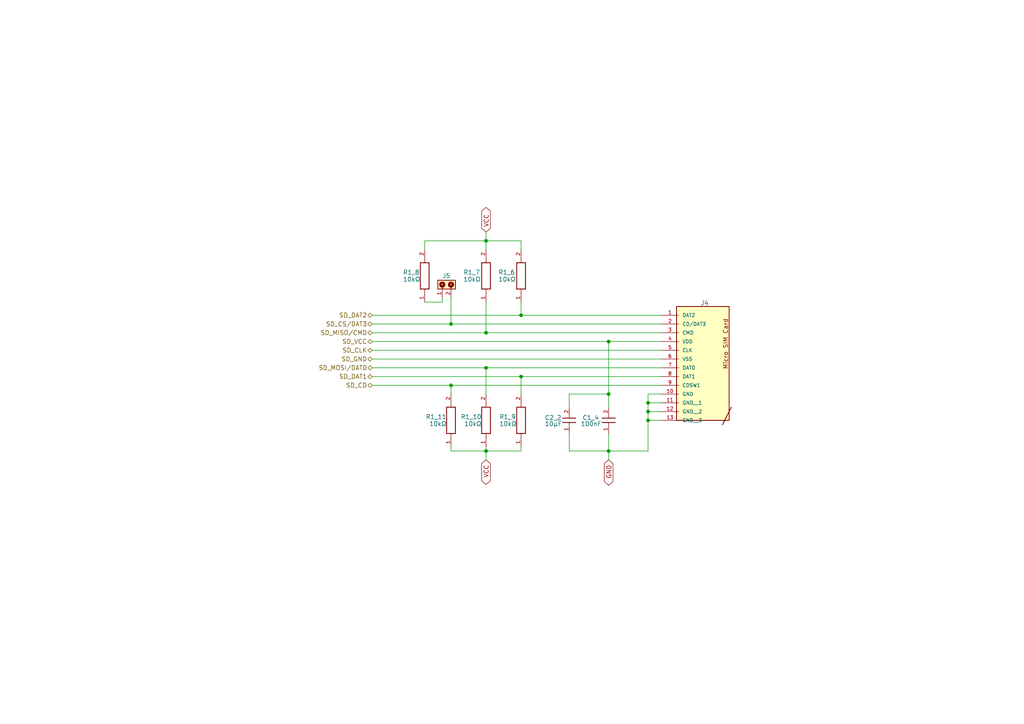
<source format=kicad_sch>
(kicad_sch (version 20231120) (generator "eeschema") (generator_version "8.0")
  (paper "A4")
  (lib_symbols
    (symbol "6130XX11121_61300211121:6130XX11121_61300211121" (pin_names (offset 1.016))
      (property "Reference" "J" (at -5.08 -1.778 0))
      (symbol "6130XX11121_61300211121_0_0"
        (rectangle (start -3.81 0) (end 1.27 -2.54) (stroke (width 0.254)) (fill (type background)))
        (circle (center -2.54 -1.27) (radius 0.254) (stroke (width 0.635)))
        (circle (center 0 -1.27) (radius 0.254) (stroke (width 0.635)))
        (polyline (pts (xy -2.54 -1.27) (xy -2.54 -2.54)) (stroke (width 0.254)))
        (polyline (pts (xy 0 -1.27) (xy 0 -2.54)) (stroke (width 0.254)))
        (pin passive line (at -2.54 -5.08 90) (length 2.54) (name "~") (number "1"))
        (pin passive line (at 0 -5.08 90) (length 2.54) (name "~") (number "2"))
      )
    )
    (symbol "693071020811:693071020811" (pin_names (offset 1.016))
      (property "Reference" "J" (at 0 12.7 0))
      (symbol "693071020811_0_0"
        (rectangle (start -8.2369 -20.32) (end 7.0031 12.7) (stroke (width 0.254)) (fill (type background)))
        (polyline (pts (xy 5.08 -21.59) (xy 7.62 -16.51)) (stroke (width 0.254)))
        (text "Micro SIM Card" (at 6.753 -5.512 900) (effects (font (size 1.27 1.27)) (justify left bottom)))
        (pin bidirectional line (at -12.7 10.16 0) (length 5.08) (name "DAT2") (number "1"))
        (pin bidirectional line (at -12.7 -12.7 0) (length 5.08) (name "GND") (number "10"))
        (pin bidirectional line (at -12.7 -15.24 0) (length 5.08) (name "GND__1") (number "11"))
        (pin bidirectional line (at -12.7 -17.78 0) (length 5.08) (name "GND__2") (number "12"))
        (pin bidirectional line (at -12.7 -20.32 0) (length 5.08) (name "GND__3") (number "13"))
        (pin bidirectional line (at -12.7 7.62 0) (length 5.08) (name "CD/DAT3") (number "2"))
        (pin bidirectional line (at -12.7 5.08 0) (length 5.08) (name "CMD") (number "3"))
        (pin bidirectional line (at -12.7 2.54 0) (length 5.08) (name "VDD") (number "4"))
        (pin bidirectional line (at -12.7 0 0) (length 5.08) (name "CLK") (number "5"))
        (pin bidirectional line (at -12.7 -2.54 0) (length 5.08) (name "VSS") (number "6"))
        (pin bidirectional line (at -12.7 -5.08 0) (length 5.08) (name "DAT0") (number "7"))
        (pin bidirectional line (at -12.7 -7.62 0) (length 5.08) (name "DAT1") (number "8"))
        (pin bidirectional line (at -12.7 -10.16 0) (length 5.08) (name "CDSW1") (number "9"))
      )
    )
    (symbol "WCAP-CSGP_0603:WCAP-CSGP_0603" (pin_names (offset 1.016))
      (property "Reference" "C" (at 1.27 2.54 0))
      (property "Value" "WCAP-CSGP_0603" (at 1.27 -5.08 0))
      (symbol "WCAP-CSGP_0603_0_0"
        (polyline (pts (xy 0 0) (xy 0.6426 0)) (stroke (width 0.1524)))
        (polyline (pts (xy 0.635 -1.905) (xy 0.635 1.905)) (stroke (width 0.254)))
        (polyline (pts (xy 1.905 1.905) (xy 1.905 -1.905)) (stroke (width 0.254)))
        (polyline (pts (xy 1.9279 0) (xy 2.5705 0)) (stroke (width 0.1524)))
        (pin passive line (at -2.54 0 0) (length 2.54) (name "~") (number "1"))
        (pin passive line (at 5.08 0 180) (length 2.54) (name "~") (number "2"))
      )
    )
    (symbol "WRIS-RSKS_0603:WRIS-RSKS_0603" (pin_names (offset 1.016))
      (property "Reference" "R" (at 0 2.54 0))
      (property "Value" "WRIS-RSKS_0603" (at 0 -3.81 0))
      (symbol "WRIS-RSKS_0603_0_0"
        (polyline (pts (xy -5.08 0) (xy -3.81 0)) (stroke (width 0.1524)))
        (polyline (pts (xy -3.81 -1.27) (xy 3.81 -1.27)) (stroke (width 0.254)))
        (polyline (pts (xy -3.81 0) (xy -3.81 -1.27)) (stroke (width 0.254)))
        (polyline (pts (xy -3.81 1.27) (xy -3.81 0)) (stroke (width 0.254)))
        (polyline (pts (xy 3.81 -1.27) (xy 3.81 0)) (stroke (width 0.254)))
        (polyline (pts (xy 3.81 0) (xy 3.81 1.27)) (stroke (width 0.254)))
        (polyline (pts (xy 3.81 0) (xy 5.08 0)) (stroke (width 0.1524)))
        (polyline (pts (xy 3.81 1.27) (xy -3.81 1.27)) (stroke (width 0.254)))
        (pin passive line (at -7.62 0 0) (length 2.54) (name "~") (number "1"))
        (pin passive line (at 7.62 0 180) (length 2.54) (name "~") (number "2"))
      )
    )
  )
  (junction (at 140.97 106.68))
  (junction (at 140.97 69.85))
  (junction (at 140.97 130.81))
  (junction (at 151.13 91.44))
  (junction (at 151.13 109.22))
  (junction (at 140.97 96.52))
  (junction (at 176.53 130.81))
  (junction (at 176.53 114.3))
  (junction (at 130.81 111.76))
  (junction (at 187.96 119.38))
  (junction (at 187.96 121.92))
  (junction (at 187.96 116.84))
  (junction (at 176.53 99.06))
  (junction (at 130.81 93.98))
  (wire (pts (xy 140.97 69.85) (xy 151.13 69.85)))
  (wire (pts (xy 123.19 69.85) (xy 140.97 69.85)))
  (wire (pts (xy 140.97 96.52) (xy 191.77 96.52)))
  (wire (pts (xy 176.53 130.81) (xy 187.96 130.81)))
  (wire (pts (xy 151.13 69.85) (xy 151.13 72.39)))
  (wire (pts (xy 187.96 114.3) (xy 187.96 116.84)))
  (wire (pts (xy 176.53 99.06) (xy 191.77 99.06)))
  (wire (pts (xy 107.95 93.98) (xy 130.81 93.98)))
  (wire (pts (xy 165.1 130.81) (xy 165.1 125.73)))
  (wire (pts (xy 107.95 96.52) (xy 140.97 96.52)))
  (wire (pts (xy 130.81 130.81) (xy 140.97 130.81)))
  (wire (pts (xy 165.1 130.81) (xy 176.53 130.81)))
  (wire (pts (xy 165.1 114.3) (xy 176.53 114.3)))
  (wire (pts (xy 187.96 121.92) (xy 187.96 130.81)))
  (wire (pts (xy 128.27 87.63) (xy 128.27 86.36)))
  (wire (pts (xy 140.97 129.54) (xy 140.97 130.81)))
  (wire (pts (xy 165.1 114.3) (xy 165.1 118.11)))
  (wire (pts (xy 107.95 111.76) (xy 130.81 111.76)))
  (wire (pts (xy 130.81 129.54) (xy 130.81 130.81)))
  (wire (pts (xy 123.19 87.63) (xy 128.27 87.63)))
  (wire (pts (xy 151.13 91.44) (xy 191.77 91.44)))
  (wire (pts (xy 140.97 67.31) (xy 140.97 69.85)))
  (wire (pts (xy 151.13 109.22) (xy 191.77 109.22)))
  (wire (pts (xy 187.96 121.92) (xy 191.77 121.92)))
  (wire (pts (xy 151.13 114.3) (xy 151.13 109.22)))
  (wire (pts (xy 151.13 130.81) (xy 140.97 130.81)))
  (wire (pts (xy 107.95 106.68) (xy 140.97 106.68)))
  (wire (pts (xy 140.97 106.68) (xy 191.77 106.68)))
  (wire (pts (xy 130.81 93.98) (xy 191.77 93.98)))
  (wire (pts (xy 107.95 99.06) (xy 176.53 99.06)))
  (wire (pts (xy 107.95 104.14) (xy 191.77 104.14)))
  (wire (pts (xy 107.95 101.6) (xy 191.77 101.6)))
  (wire (pts (xy 140.97 96.52) (xy 140.97 87.63)))
  (wire (pts (xy 187.96 119.38) (xy 191.77 119.38)))
  (wire (pts (xy 130.81 111.76) (xy 191.77 111.76)))
  (wire (pts (xy 130.81 111.76) (xy 130.81 114.3)))
  (wire (pts (xy 140.97 130.81) (xy 140.97 133.35)))
  (wire (pts (xy 123.19 69.85) (xy 123.19 72.39)))
  (wire (pts (xy 187.96 116.84) (xy 187.96 119.38)))
  (wire (pts (xy 176.53 114.3) (xy 176.53 118.11)))
  (wire (pts (xy 176.53 130.81) (xy 176.53 133.35)))
  (wire (pts (xy 140.97 69.85) (xy 140.97 72.39)))
  (wire (pts (xy 130.81 86.36) (xy 130.81 93.98)))
  (wire (pts (xy 176.53 99.06) (xy 176.53 114.3)))
  (wire (pts (xy 107.95 91.44) (xy 151.13 91.44)))
  (wire (pts (xy 187.96 119.38) (xy 187.96 121.92)))
  (wire (pts (xy 107.95 109.22) (xy 151.13 109.22)))
  (wire (pts (xy 176.53 125.73) (xy 176.53 130.81)))
  (wire (pts (xy 187.96 116.84) (xy 191.77 116.84)))
  (wire (pts (xy 151.13 129.54) (xy 151.13 130.81)))
  (wire (pts (xy 151.13 87.63) (xy 151.13 91.44)))
  (wire (pts (xy 140.97 106.68) (xy 140.97 114.3)))
  (wire (pts (xy 191.77 114.3) (xy 187.96 114.3)))
  (global_label "GND" (shape bidirectional) (at 176.53 133.35 270) (property "Intersheetrefs" "${INTERSHEET_REFS}" (effects (hide yes))))
  (global_label "VCC" (shape bidirectional) (at 140.97 67.31 90) (property "Intersheetrefs" "${INTERSHEET_REFS}" (effects (hide yes))))
  (global_label "VCC" (shape bidirectional) (at 140.97 133.35 270) (property "Intersheetrefs" "${INTERSHEET_REFS}" (effects (hide yes))))
  (hierarchical_label "SD_MOSI{slash}DAT0" (shape bidirectional) (at 107.95 106.68 180))
  (hierarchical_label "SD_DAT1" (shape bidirectional) (at 107.95 109.22 180))
  (hierarchical_label "SD_GND" (shape bidirectional) (at 107.95 104.14 180))
  (hierarchical_label "SD_DAT2" (shape bidirectional) (at 107.95 91.44 180))
  (hierarchical_label "SD_CS{slash}DAT3" (shape bidirectional) (at 107.95 93.98 180))
  (hierarchical_label "SD_CD" (shape bidirectional) (at 107.95 111.76 180))
  (hierarchical_label "SD_VCC" (shape bidirectional) (at 107.95 99.06 180))
  (hierarchical_label "SD_CLK" (shape bidirectional) (at 107.95 101.6 180))
  (hierarchical_label "SD_MISO{slash}CMD" (shape bidirectional) (at 107.95 96.52 180))
  (symbol (lib_id "WRIS-RSKS_0603:WRIS-RSKS_0603") (at 123.19 80.01 90) (unit 1)
    (property "Reference" "R1_8" (at 116.84 78.994 90) (effects (justify right)))
    (property "Value" "10kΩ" (at 116.84 81.026 90) (effects (justify right)))
    (property "Footprint" "Custom footprints:WRIS-RSKS_0603_REFLOW" (effects (hide yes)))
  )
  (symbol (lib_id "WRIS-RSKS_0603:WRIS-RSKS_0603") (at 140.97 80.01 90) (unit 1)
    (property "Reference" "R1_7" (at 134.366 78.994 90) (effects (justify right)))
    (property "Value" "10kΩ" (at 134.366 81.026 90) (effects (justify right)))
    (property "Footprint" "Custom footprints:WRIS-RSKS_0603_REFLOW" (effects (hide yes)))
  )
  (symbol (lib_id "WCAP-CSGP_0603:WCAP-CSGP_0603") (at 176.53 123.19 90) (unit 1)
    (property "Reference" "C1_4" (at 168.91 121.158 90) (effects (justify right)))
    (property "Value" "100nF" (at 168.402 122.936 90) (effects (justify right)))
    (property "Footprint" "Custom footprints:WCAP-CSGP_0603_R" (effects (hide yes)))
    (property "MF" "Würth Elektronik" (effects (hide yes)))
    (property "Description_1" "\nCapacitor 100nF Multilayer Ceramic MLCC10 V , X7R Dielectric 0603 Surface Mount | Wurth Electronics 885012206020\n" (effects (hide yes)))
    (property "Package" "0603 Wurth Electronics" (effects (hide yes)))
    (property "Price" "None" (effects (hide yes)))
    (property "SnapEDA_Link" "https://www.snapeda.com/parts/885012206020/Wurth+Elektronik/view-part/?ref=snap" (effects (hide yes)))
    (property "MP" "885012206020" (effects (hide yes)))
    (property "Availability" "In Stock" (effects (hide yes)))
    (property "Check_prices" "https://www.snapeda.com/parts/885012206020/Wurth+Elektronik/view-part/?ref=eda" (effects (hide yes)))
  )
  (symbol (lib_id "WCAP-CSGP_0603:WCAP-CSGP_0603") (at 165.1 123.19 90) (unit 1)
    (property "Reference" "C2_2" (at 157.988 121.158 90) (effects (justify right)))
    (property "Value" "10µF" (at 157.988 122.936 90) (effects (justify right)))
    (property "Footprint" "Custom footprints:WCAP-CSGP_0603_R" (effects (hide yes)))
    (property "MF" "Würth Elektronik" (effects (hide yes)))
    (property "Description_1" "\nCapacitor 100nF Multilayer Ceramic MLCC10 V , X7R Dielectric 0603 Surface Mount | Wurth Electronics 885012206020\n" (effects (hide yes)))
    (property "Package" "0603 Wurth Electronics" (effects (hide yes)))
    (property "Price" "None" (effects (hide yes)))
    (property "SnapEDA_Link" "https://www.snapeda.com/parts/885012206020/Wurth+Elektronik/view-part/?ref=snap" (effects (hide yes)))
    (property "MP" "885012206020" (effects (hide yes)))
    (property "Availability" "In Stock" (effects (hide yes)))
    (property "Check_prices" "https://www.snapeda.com/parts/885012206020/Wurth+Elektronik/view-part/?ref=eda" (effects (hide yes)))
  )
  (symbol (lib_id "WRIS-RSKS_0603:WRIS-RSKS_0603") (at 151.13 80.01 90) (unit 1)
    (property "Reference" "R1_6" (at 144.526 78.994 90) (effects (justify right)))
    (property "Value" "10kΩ" (at 144.526 81.026 90) (effects (justify right)))
    (property "Footprint" "Custom footprints:WRIS-RSKS_0603_REFLOW" (effects (hide yes)))
  )
  (symbol (lib_id "WRIS-RSKS_0603:WRIS-RSKS_0603") (at 130.81 121.92 90) (unit 1)
    (property "Reference" "R1_11" (at 123.444 120.904 90) (effects (justify right)))
    (property "Value" "10kΩ" (at 124.46 122.936 90) (effects (justify right)))
    (property "Footprint" "Custom footprints:WRIS-RSKS_0603_REFLOW" (effects (hide yes)))
  )
  (symbol (lib_id "6130XX11121_61300211121:6130XX11121_61300211121") (at 130.81 81.28 0) (unit 1)
    (property "Reference" "J5" (at 128.27 80.01 0) (effects (justify left)))
    (property "Value" "61300211121" (effects (hide yes)))
    (property "Footprint" "Custom footprints:61300211121" (effects (hide yes)))
    (property "ROWS" "Single" (effects (hide yes)))
    (property "GENDER" "Pin Header" (effects (hide yes)))
    (property "MOUNT" "THT" (effects (hide yes)))
    (property "IR" "3A" (effects (hide yes)))
    (property "PACKAGING" "Bag" (effects (hide yes)))
    (property "PINS" "2" (effects (hide yes)))
    (property "DATASHEET-URL" "https://www.we-online.com/redexpert/spec/61300211121?ae" (effects (hide yes)))
    (property "PITCH" "2.54mm" (effects (hide yes)))
    (property "PART-NUMBER" "61300211121" (effects (hide yes)))
    (property "TYPE" "Straight" (effects (hide yes)))
  )
  (symbol (lib_id "WRIS-RSKS_0603:WRIS-RSKS_0603") (at 140.97 121.92 90) (unit 1)
    (property "Reference" "R1_10" (at 133.604 120.904 90) (effects (justify right)))
    (property "Value" "10kΩ" (at 134.62 122.936 90) (effects (justify right)))
    (property "Footprint" "Custom footprints:WRIS-RSKS_0603_REFLOW" (effects (hide yes)))
  )
  (symbol (lib_id "693071020811:693071020811") (at 204.47 101.6 0) (unit 1)
    (property "Reference" "J4" (at 203.2 87.884 0) (effects (justify left)))
    (property "Value" "693071020811" (effects (hide yes)))
    (property "Footprint" "Custom footprints:693071020811" (effects (hide yes)))
    (property "MF" "Würth Elektronik" (effects (hide yes)))
    (property "Description_1" "\n9 (8 + 1) Position Card Connector Secure Digital - microSD™ Surface Mount, Right Angle Gold\n" (effects (hide yes)))
    (property "Package" "None" (effects (hide yes)))
    (property "Purchase-URL" "https://www.snapeda.com/api/url_track_click_mouser/?unipart_id=4720049&manufacturer=Würth Elektronik&part_name=693071020811&search_term=693071020811" (effects (hide yes)))
    (property "MOUNT" "SMT" (effects (hide yes)))
    (property "IR" "0.5A" (effects (hide yes)))
    (property "Price" "None" (effects (hide yes)))
    (property "PART-NUMBER" "693071020811" (effects (hide yes)))
    (property "SnapEDA_Link" "https://www.snapeda.com/parts/693071020811/Wurth+Elektronik/view-part/?ref=snap" (effects (hide yes)))
    (property "DATASHEET-URL" "https://www.we-online.com/redexpert/spec/693071020811?ae" (effects (hide yes)))
    (property "MP" "693071020811" (effects (hide yes)))
    (property "WORKING-VOLTAGE" "30V(AC)" (effects (hide yes)))
    (property "PINS" "8" (effects (hide yes)))
    (property "Availability" "In Stock" (effects (hide yes)))
    (property "TYPE" "Push & Push" (effects (hide yes)))
    (property "GERDER" "Socket" (effects (hide yes)))
    (property "Check_prices" "https://www.snapeda.com/parts/693071020811/Wurth+Elektronik/view-part/?ref=eda" (effects (hide yes)))
  )
  (symbol (lib_id "WRIS-RSKS_0603:WRIS-RSKS_0603") (at 151.13 121.92 90) (unit 1)
    (property "Reference" "R1_9" (at 144.78 120.904 90) (effects (justify right)))
    (property "Value" "10kΩ" (at 144.78 122.936 90) (effects (justify right)))
    (property "Footprint" "Custom footprints:WRIS-RSKS_0603_REFLOW" (effects (hide yes)))
  )
)
</source>
